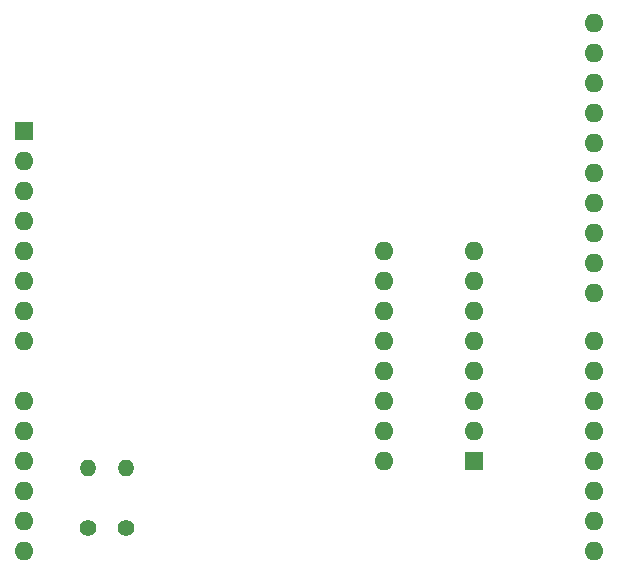
<source format=gbr>
G04 #@! TF.GenerationSoftware,KiCad,Pcbnew,(5.1.5)-3*
G04 #@! TF.CreationDate,2020-02-24T19:19:41-08:00*
G04 #@! TF.ProjectId,ESP-07,4553502d-3037-42e6-9b69-6361645f7063,rev?*
G04 #@! TF.SameCoordinates,Original*
G04 #@! TF.FileFunction,Soldermask,Bot*
G04 #@! TF.FilePolarity,Negative*
%FSLAX46Y46*%
G04 Gerber Fmt 4.6, Leading zero omitted, Abs format (unit mm)*
G04 Created by KiCad (PCBNEW (5.1.5)-3) date 2020-02-24 19:19:41*
%MOMM*%
%LPD*%
G04 APERTURE LIST*
%ADD10O,1.600000X1.600000*%
%ADD11R,1.600000X1.600000*%
%ADD12O,1.400000X1.400000*%
%ADD13C,1.400000*%
G04 APERTURE END LIST*
D10*
X167919400Y-113004600D03*
X175539400Y-95224600D03*
X167919400Y-110464600D03*
X175539400Y-97764600D03*
X167919400Y-107924600D03*
X175539400Y-100304600D03*
X167919400Y-105384600D03*
X175539400Y-102844600D03*
X167919400Y-102844600D03*
X175539400Y-105384600D03*
X167919400Y-100304600D03*
X175539400Y-107924600D03*
X167919400Y-97764600D03*
X175539400Y-110464600D03*
X167919400Y-95224600D03*
D11*
X175539400Y-113004600D03*
D10*
X185724800Y-118110000D03*
X185724800Y-120650000D03*
X185724800Y-81030000D03*
X137464800Y-120650000D03*
X185724800Y-83570000D03*
X137464800Y-118110000D03*
X185724800Y-86110000D03*
X137464800Y-115570000D03*
X185724800Y-88650000D03*
X137464800Y-113030000D03*
X185724800Y-91190000D03*
X137464800Y-110490000D03*
X185724800Y-93730000D03*
X137464800Y-107950000D03*
X185724800Y-96270000D03*
X137464800Y-102870000D03*
X185724800Y-98810000D03*
X137464800Y-100330000D03*
X185724800Y-102870000D03*
X137464800Y-97790000D03*
X185724800Y-105410000D03*
X137464800Y-95250000D03*
X185724800Y-107950000D03*
X137464800Y-92710000D03*
X185724800Y-110490000D03*
X137464800Y-90170000D03*
X185724800Y-113030000D03*
X137464800Y-87630000D03*
X185724800Y-115570000D03*
D11*
X137464800Y-85090000D03*
D10*
X185724800Y-78490000D03*
X185724800Y-75950000D03*
D12*
X146050000Y-113665000D03*
D13*
X146050000Y-118745000D03*
D12*
X142875000Y-113665000D03*
D13*
X142875000Y-118745000D03*
M02*

</source>
